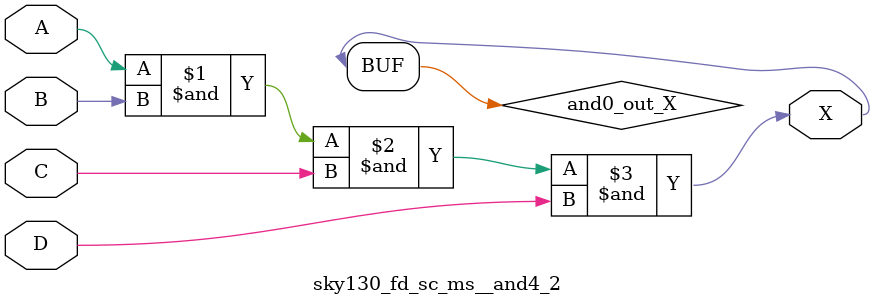
<source format=v>
/*
 * Copyright 2020 The SkyWater PDK Authors
 *
 * Licensed under the Apache License, Version 2.0 (the "License");
 * you may not use this file except in compliance with the License.
 * You may obtain a copy of the License at
 *
 *     https://www.apache.org/licenses/LICENSE-2.0
 *
 * Unless required by applicable law or agreed to in writing, software
 * distributed under the License is distributed on an "AS IS" BASIS,
 * WITHOUT WARRANTIES OR CONDITIONS OF ANY KIND, either express or implied.
 * See the License for the specific language governing permissions and
 * limitations under the License.
 *
 * SPDX-License-Identifier: Apache-2.0
*/


`ifndef SKY130_FD_SC_MS__AND4_2_FUNCTIONAL_V
`define SKY130_FD_SC_MS__AND4_2_FUNCTIONAL_V

/**
 * and4: 4-input AND.
 *
 * Verilog simulation functional model.
 */

`timescale 1ns / 1ps
`default_nettype none

`celldefine
module sky130_fd_sc_ms__and4_2 (
    X,
    A,
    B,
    C,
    D
);

    // Module ports
    output X;
    input  A;
    input  B;
    input  C;
    input  D;

    // Local signals
    wire and0_out_X;

    //  Name  Output      Other arguments
    and and0 (and0_out_X, A, B, C, D     );
    buf buf0 (X         , and0_out_X     );

endmodule
`endcelldefine

`default_nettype wire
`endif  // SKY130_FD_SC_MS__AND4_2_FUNCTIONAL_V

</source>
